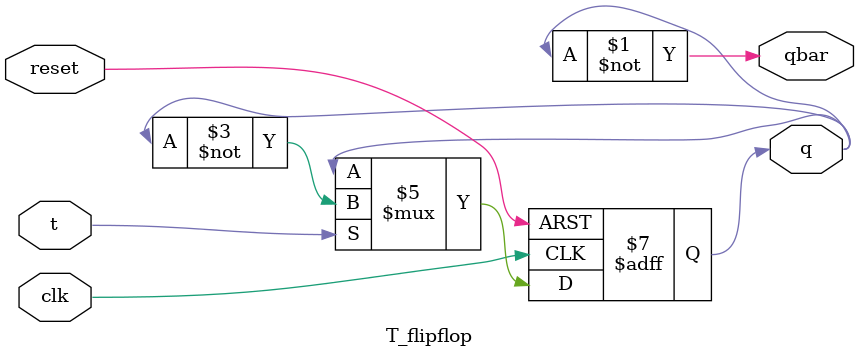
<source format=v>
`timescale 1ns / 1ps
module T_flipflop(input clk,input reset,input t,output reg q ,output qbar);
    assign qbar = ~q;

    always @(posedge clk or posedge reset) begin
        if (reset)
            q <= 1'b0;
        else if (t)
            q <= ~q;  
        else
            q <= q;  
    end
endmodule

</source>
